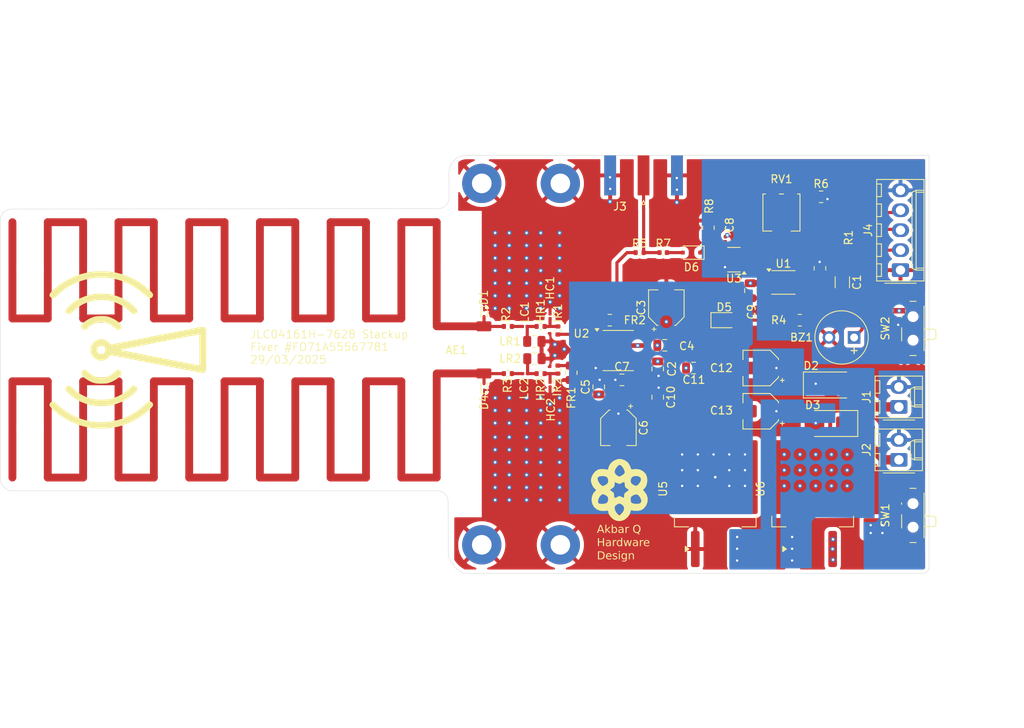
<source format=kicad_pcb>
(kicad_pcb (version 20241229) (generator "pcbnew") (generator_version "9.0")
  (title_block (title "High Voltage Arc Detector") (date "2025-04-29") (rev "1.0") (company "Akbar Q Hardware Design") (comment 1 "Order number #FO71A55567781") (comment 2 "Initial PCB Design") (comment 3 "Board Outline Needs Revision"))
  (layers (0 "F.Cu" signal) (4 "In1.Cu" signal) (6 "In2.Cu" signal) (2 "B.Cu" signal) (13 "F.Paste" user) (15 "B.Paste" user) (5 "F.SilkS" user "F.Silkscreen") (7 "B.SilkS" user "B.Silkscreen") (1 "F.Mask" user) (3 "B.Mask" user) (25 "Edge.Cuts" user))
  (net 0 "")
  (net 1 "Net-(D1-A2)")
  (net 2 "Net-(D4-A2)")
  (net 3 "LongPulse")
  (net 4 "GND")
  (net 5 "Net-(U1A-Cext)")
  (net 6 "Net-(U1A-RCext)")
  (net 7 "+5V")
  (net 8 "-5V")
  (net 9 "PeakSig")
  (net 10 "VS")
  (net 11 "VCC")
  (net 12 "VEE")
  (net 13 "Net-(D2-A)")
  (net 14 "Net-(D3-K)")
  (net 15 "Net-(D5-A)")
  (net 16 "Net-(D6-A)")
  (net 17 "Net-(U2--)")
  (net 18 "Net-(FR2-Pad1)")
  (net 19 "Net-(U2-+)")
  (net 20 "Net-(HC1-Pad1)")
  (net 21 "Net-(HC2-Pad1)")
  (net 22 "Net-(HR1-Pad1)")
  (net 23 "Net-(HR2-Pad1)")
  (net 24 "Net-(J1-Pin_2)")
  (net 25 "AmpOut")
  (net 26 "CompareSig")
  (net 27 "Net-(LC1-Pad2)")
  (net 28 "Net-(LC2-Pad2)")
  (net 29 "Net-(R6-Pad1)")
  (net 30 "Net-(U3-+)")
  (net 31 "+3V3")
  (footprint "Capacitor_SMD:C_0805_2012Metric" (layer "F.Cu") (at 97.37 67.89 90)
    (property "Reference" "C5")
    (property "Value" "0.1u")
  )
  (footprint "Diode_SMD:D_SMA" (layer "F.Cu") (at 126.92 67.64)
    (property "Reference" "D2")
    (property "Value" "SS14")
  )
  (footprint "Capacitor_SMD:C_0805_2012Metric" (layer "F.Cu") (at 116.67 55.64 -90)
    (property "Reference" "C9")
    (property "Value" "0.1u")
  )
  (footprint "Capacitor_SMD:CP_Elec_4x5.8" (layer "F.Cu") (at 99.87 73.09 -90)
    (property "Reference" "C6")
    (property "Value" "6.8u")
  )
  (footprint "Capacitor_SMD:C_0201_0603Metric" (layer "F.Cu") (at 87.99 66.19 180)
    (property "Reference" "LC2")
    (property "Value" "1.5nF")
  )
  (footprint "Capacitor_SMD:C_0805_2012Metric" (layer "F.Cu") (at 100.32 66.99)
    (property "Reference" "C7")
    (property "Value" "0.1u")
  )
  (footprint "LOGO" (layer "F.Cu") (at 100 81)
    (property "Reference" "G***" (hide yes))
    (property "Value" "LOGO" (hide yes))
  )
  (footprint "Library:Antenna" (layer "F.Cu") (at 76.74375 63.17 180)
    (property "Reference" "AE1")
    (property "Value" "Antenna_Differntial")
  )
  (footprint "Resistor_SMD:R_0805_2012Metric" (layer "F.Cu") (at 122.9575 59.39 180)
    (property "Reference" "R4")
    (property "Value" "510R")
  )
  (footprint "Connector_Molex:Molex_KK-254_AE-6410-02A_1x02_P2.54mm_Vertical" (layer "F.Cu") (at 135.57 70.43 90)
    (property "Reference" "J1")
    (property "Value" "Conn_01x02_Pin")
  )
  (footprint "Resistor_SMD:R_0805_2012Metric" (layer "F.Cu") (at 98.77 59.39 180)
    (property "Reference" "FR2")
    (property "Value" "510")
  )
  (footprint "Connector_Molex:Molex_KK-254_AE-6410-02A_1x02_P2.54mm_Vertical" (layer "F.Cu") (at 135.57 77.165 90)
    (property "Reference" "J2")
    (property "Value" "Conn_01x02_Pin")
  )
  (footprint "Connector_Coaxial:SMA_Amphenol_132289_EdgeMount" (layer "F.Cu") (at 103.07 40.9625 90)
    (property "Reference" "J3")
    (property "Value" "Conn_Coaxial")
  )
  (footprint "Resistor_SMD:R_0402_1005Metric" (layer "F.Cu") (at 102.57 50.79)
    (property "Reference" "R5")
    (property "Value" "50R")
  )
  (footprint "Package_SO:SOIC-8_3.9x4.9mm_P1.27mm" (layer "F.Cu") (at 99.845 63.255)
    (property "Reference" "U2")
    (property "Value" "LMH6702MA")
  )
  (footprint "Diode_SMD:D_SOD-323F" (layer "F.Cu") (at 109.17 50.79 180)
    (property "Reference" "D6")
    (property "Value" "BAT54J")
  )
  (footprint "Resistor_SMD:R_0402_1005Metric" (layer "F.Cu") (at 89.97 60.19)
    (property "Reference" "HR1")
    (property "Value" "50R")
  )
  (footprint "MountingHole:MountingHole_2.5mm_Pad" (layer "F.Cu") (at 82.48 41.98)
    (property "Reference" "REF**" (hide yes))
    (property "Value" "MountingHole_2.5mm_Pad")
  )
  (footprint "LOGO" (layer "F.Cu") (at 37.44 63.17 90)
    (property "Reference" "G***" (hide yes))
    (property "Value" "LOGO" (hide yes))
  )
  (footprint "Diode_SMD:D_SOD-923" (layer "F.Cu") (at 82.77 58.51 -90)
    (property "Reference" "D1")
    (property "Value" "ESD9B5.0ST5G")
  )
  (footprint "Resistor_SMD:R_0805_2012Metric" (layer "F.Cu") (at 89.1825 64.29)
    (property "Reference" "LR2")
    (property "Value" "10kR")
  )
  (footprint "Diode_SMD:D_SMA" (layer "F.Cu") (at 126.82 72.54 180)
    (property "Reference" "D3")
    (property "Value" "SS14")
  )
  (footprint "Resistor_SMD:R_0402_1005Metric" (layer "F.Cu") (at 89.97 66.19)
    (property "Reference" "HR2")
    (property "Value" "50R")
  )
  (footprint "LED_SMD:LED_0805_2012Metric" (layer "F.Cu") (at 113.3325 59.39)
    (property "Reference" "D5")
    (property "Value" "LED")
  )
  (footprint "Capacitor_SMD:C_0805_2012Metric" (layer "F.Cu") (at 104.87 69.19 -90)
    (property "Reference" "C10")
    (property "Value" "0.1u")
  )
  (footprint "Resistor_SMD:R_0402_1005Metric" (layer "F.Cu") (at 92.17 65.68 90)
    (property "Reference" "IR2")
    (property "Value" "50R")
  )
  (footprint "Capacitor_SMD:C_0201_0603Metric" (layer "F.Cu") (at 91.17 67.59 -90)
    (property "Reference" "HC2")
    (property "Value" "18pF")
  )
  (footprint "Buzzer_Beeper:MagneticBuzzer_Kingstate_KCG0601" (layer "F.Cu") (at 129.87 61.59 180)
    (property "Reference" "BZ1")
    (property "Value" "Buzzer")
  )
  (footprint "Capacitor_SMD:C_0201_0603Metric" (layer "F.Cu") (at 113.47 49.09 90)
    (property "Reference" "C8")
    (property "Value" "5pF")
  )
  (footprint "Capacitor_SMD:C_0805_2012Metric" (layer "F.Cu") (at 105.77 62.59)
    (property "Reference" "C4")
    (property "Value" "0.1u")
  )
  (footprint "Button_Switch_SMD:SW_SPDT_PCM12" (layer "F.Cu") (at 137.04 84.24 90)
    (property "Reference" "SW1")
    (property "Value" "SW_SPST")
  )
  (footprint "Capacitor_SMD:CP_Elec_4x5.8" (layer "F.Cu") (at 117.98 65.48 180)
    (property "Reference" "C12")
    (property "Value" "6.8u")
  )
  (footprint "Package_TO_SOT_SMD:SOT-23-5" (layer "F.Cu") (at 114.57 51.69 180)
    (property "Reference" "U3")
    (property "Value" "LMV7219M5")
  )
  (footprint "Resistor_SMD:R_0402_1005Metric" (layer "F.Cu") (at 92.17 60.7 90)
    (property "Reference" "IR1")
    (property "Value" "50R")
  )
  (footprint "Capacitor_SMD:C_0201_0603Metric" (layer "F.Cu") (at 91.17 58.89 90)
    (property "Reference" "HC1")
    (property "Value" "18pF")
  )
  (footprint "Resistor_SMD:R_0402_1005Metric" (layer "F.Cu") (at 85.8 66.19 180)
    (property "Reference" "R3")
    (property "Value" "50R")
  )
  (footprint "Capacitor_SMD:C_0805_2012Metric" (layer "F.Cu") (at 109.43 65.48)
    (property "Reference" "C11")
    (property "Value" "0.1u")
  )
  (footprint "MountingHole:MountingHole_2.5mm_Pad" (layer "F.Cu") (at 92.48 87.98)
    (property "Reference" "REF**" (hide yes))
    (property "Value" "MountingHole_2.5mm_Pad")
  )
  (footprint "Resistor_SMD:R_0402_1005Metric" (layer "F.Cu") (at 85.8 60.19 180)
    (property "Reference" "R2")
    (property "Value" "50R")
  )
  (footprint "Capacitor_SMD:C_0805_2012Metric" (layer "F.Cu") (at 104.87 65.59 -90)
    (property "Reference" "C2")
    (property "Value" "0.1u")
  )
  (footprint "MountingHole:MountingHole_2.5mm_Pad" (layer "F.Cu") (at 82.48 87.98)
    (property "Reference" "REF**" (hide yes))
    (property "Value" "MountingHole_2.5mm_Pad")
  )
  (footprint "Capacitor_SMD:CP_Elec_4x5.8" (layer "F.Cu") (at 117.98 70.98 180)
    (property "Reference" "C13")
    (property "Value" "6.8u")
  )
  (footprint "Resistor_SMD:R_0805_2012Metric" (layer "F.Cu") (at 89.17 62.09)
    (property "Reference" "LR1")
    (property "Value" "10kR")
  )
  (footprint "Package_TO_SOT_SMD:TO-263-2" (layer "F.Cu") (at 124.595 80.865 90)
    (property "Reference" "U6")
    (property "Value" "L7805")
  )
  (footprint "Capacitor_SMD:CP_Elec_4x5.8" (layer "F.Cu") (at 105.97 57.79 90)
    (property "Reference" "C3")
    (property "Value" "6.8u")
  )
  (footprint "Connector_Molex:Molex_KK-254_AE-6410-05A_1x05_P2.54mm_Vertical" (layer "F.Cu") (at 135.77 53.02 90)
    (property "Reference" "J4")
    (property "Value" "Conn_01x05_Pin")
  )
  (footprint "Potentiometer_SMD:Potentiometer_Bourns_3314J_Vertical" (layer "F.Cu") (at 120.62 45.69)
    (property "Reference" "RV1")
    (property "Value" "R_Potentiometer")
  )
  (footprint "Capacitor_SMD:C_0402_1005Metric" (layer "F.Cu") (at 105.57 50.79)
    (property "Reference" "R7")
    (property "Value" "50R")
  )
  (footprint "Package_SO:SSOP-8_2.95x2.8mm_P0.65mm" (layer "F.Cu") (at 120.87 54.59)
    (property "Reference" "U1")
    (property "Value" "74LVC1G123")
  )
  (footprint "Resistor_SMD:R_0805_2012Metric" (layer "F.Cu") (at 125.67 43.69)
    (property "Reference" "R6")
    (property "Value" "510")
  )
  (footprint "Resistor_SMD:R_0805_2012Metric" (layer "F.Cu") (at 125.52 52.79 -90)
    (property "Reference" "R1")
    (property "Value" "100kR")
  )
  (footprint "Capacitor_SMD:C_0201_0603Metric" (layer "F.Cu") (at 87.95 60.19 180)
    (property "Reference" "LC1")
    (property "Value" "1.5nF")
  )
  (footprint "MountingHole:MountingHole_2.5mm_Pad" (layer "F.Cu") (at 92.48 41.98)
    (property "Reference" "REF**" (hide yes))
    (property "Value" "MountingHole_2.5mm_Pad")
  )
  (footprint "Button_Switch_SMD:SW_SPDT_PCM12" (layer "F.Cu") (at 137.04 60.44 90)
    (property "Reference" "SW2")
    (property "Value" "SW_SPDT")
  )
  (footprint "Package_TO_SOT_SMD:TO-263-2" (layer "F.Cu") (at 112.195 80.865 90)
    (property "Reference" "U5")
    (property "Value" "L7905")
  )
  (footprint "Resistor_SMD:R_0805_2012Metric" (layer "F.Cu") (at 111.32 47.6275 -90)
    (property "Reference" "R8")
    (property "Value" "100kR")
  )
  (footprint "Diode_SMD:D_SOD-923" (layer "F.Cu") (at 82.77 67.86 90)
    (property "Reference" "D4")
    (property "Value" "ESD9B5.0ST5G")
  )
  (footprint "Resistor_SMD:R_0805_2012Metric" (layer "F.Cu") (at 93.87 66.09 -90)
    (property "Reference" "FR1")
    (property "Value" "510")
  )
  (footprint "Capacitor_SMD:C_1206_3216Metric" (layer "F.Cu") (at 128.37 54.565 -90)
    (property "Reference" "C1")
    (property "Value" "1uF")
  )
  (gr_line (start 80.56 38.401382) (end 138.62 38.4) (stroke (width 0.05)) (layer "Edge.Cuts"))
  (gr_arc (start 139.4 91) (mid 139.107482 91.449971) (end 138.6 91.624621) (stroke (width 0.05)) (layer "Edge.Cuts"))
  (gr_arc (start 78.31 41.04) (mid 78.82616 39.201521) (end 80.56 38.401382) (stroke (width 0.05)) (layer "Edge.Cuts"))
  (gr_arc (start 22.6 81.1) (mid 21.59118 80.567125) (end 21.187548 79.5) (stroke (width 0.05)) (layer "Edge.Cuts"))
  (gr_line (start 78.206278 89.386607) (end 78.206257 87.4) (stroke (width 0.05)) (layer "Edge.Cuts"))
  (gr_line (start 139.4 39.2) (end 139.4 38.4) (stroke (width 0.05)) (layer "Edge.Cuts"))
  (gr_line (start 138.7 38.4) (end 138.62 38.4) (stroke (width 0.05)) (layer "Edge.Cuts"))
  (gr_arc (start 76.8 81.1) (mid 77.789949 81.510051) (end 78.2 82.5) (stroke (width 0.05)) (layer "Edge.Cuts"))
  (gr_arc (start 80.2 91.624621) (mid 78.972804 90.710799) (end 78.206257 89.386607) (stroke (width 0.05)) (layer "Edge.Cuts"))
  (gr_line (start 21.187548 79.5) (end 21.2 46.4) (stroke (width 0.05)) (layer "Edge.Cuts"))
  (gr_arc (start 21.2 46.4) (mid 21.754211 45.56895) (end 22.7 45.247583) (stroke (width 0.05)) (layer "Edge.Cuts"))
  (gr_line (start 78.303567 43.8) (end 78.31 41.04) (stroke (width 0.05)) (layer "Edge.Cuts"))
  (gr_line (start 78.206257 87.4) (end 78.2 82.5) (stroke (width 0.05)) (layer "Edge.Cuts"))
  (gr_line (start 22.7 45.247583) (end 77 45.2) (stroke (width 0.05)) (layer "Edge.Cuts"))
  (gr_line (start 139.4 91) (end 139.4 39.2) (stroke (width 0.05)) (layer "Edge.Cuts"))
  (gr_line (start 138.6 91.624621) (end 135.6 91.624621) (stroke (width 0.05)) (layer "Edge.Cuts"))
  (gr_line (start 135.6 91.624621) (end 80.2 91.624621) (stroke (width 0.05)) (layer "Edge.Cuts"))
  (gr_line (start 76.8 81.1) (end 22.6 81.1) (stroke (width 0.05)) (layer "Edge.Cuts"))
  (gr_arc (start 78.303567 43.8) (mid 77.927219 44.756463) (end 77 45.2) (stroke (width 0.05)) (layer "Edge.Cuts"))
  (gr_line (start 138.7 38.4) (end 139.4 38.4) (stroke (width 0.05)) (layer "Edge.Cuts"))
  (gr_text "Akbar Q\nHardware\nDesign" (at 97.125985 90 0) (layer "F.SilkS") (effects (font (size 1 1) (thickness 0.1)) (justify left bottom)))
  (gr_text "JLC04161H-7628 Stackup\nFiver #FO71A55567781\n29/03/2025" (at 52.95 65 0) (layer "F.SilkS") (effects (font (size 1 1) (thickness 0.1)) (justify left bottom)))
  (segment (start 76.75 59.21) (end 76.97 58.99) (width 0.2) (layer "F.Cu") (net 0))
  (segment (start 76.75 59.92) (end 76.75 59.21) (width 0.2) (layer "F.Cu") (net 0))
  (segment (start 82.77 60.14375) (end 82.74375 60.17) (width 0.4) (layer "F.Cu") (net 1))
  (segment (start 82.77 58.93) (end 82.77 60.14375) (width 0.4) (layer "F.Cu") (net 1))
  (segment (start 85.29 60.19) (end 82.77 60.19) (width 0.4) (layer "F.Cu") (net 1))
  (segment (start 82.77 60.19) (end 82.75 60.17) (width 0.4) (layer "F.Cu") (net 1))
  (segment (start 82.77 66.19625) (end 82.74375 66.17) (width 0.4) (layer "F.Cu") (net 2))
  (segment (start 85.29 66.19) (end 82.77 66.19) (width 0.4) (layer "F.Cu") (net 2))
  (segment (start 82.77 67.47) (end 82.77 66.19625) (width 0.4) (layer "F.Cu") (net 2))
  (segment (start 82.77 66.19) (end 82.75 66.17) (width 0.4) (layer "F.Cu") (net 2))
  (segment (start 130.87 57.04) (end 130.32 57.59) (width 0.4) (layer "F.Cu") (net 3))
  (segment (start 124.22 57.19) (end 124.22 56.19) (width 0.4) (layer "F.Cu") (net 3))
  (segment (start 124.22 56.19) (end 123.595 55.565) (width 0.4) (layer "F.Cu") (net 3))
  (segment (start 130.87 60.59) (end 130.87 56.19) (width 0.4) (layer "F.Cu") (net 3))
  (segment (start 130.87 56.19) (end 130.87 57.04) (width 0.4) (layer "F.Cu") (net 3))
  (segment (start 123.595 55.565) (end 121.745 55.565) (width 0.4) (layer "F.Cu") (net 3))
  (segment (start 129.87 61.59) (end 130.87 60.59) (width 0.4) (layer "F.Cu") (net 3))
  (segment (start 124.77 57.69) (end 124.87 57.59) (width 0.4) (layer "F.Cu") (net 3))
  (segment (start 124.87 57.59) (end 124.62 57.59) (width 0.4) (layer "F.Cu") (net 3))
  (segment (start 131.93 50.48) (end 130.87 51.54) (width 0.4) (layer "F.Cu") (net 3))
  (segment (start 130.87 51.54) (end 130.87 56.19) (width 0.4) (layer "F.Cu") (net 3))
  (segment (start 123.87 59.39) (end 124.77 58.49) (width 0.4) (layer "F.Cu") (net 3))
  (segment (start 135.77 50.48) (end 131.93 50.48) (width 0.4) (layer "F.Cu") (net 3))
  (segment (start 124.62 57.59) (end 124.22 57.19) (width 0.4) (layer "F.Cu") (net 3))
  (segment (start 130.32 57.59) (end 124.87 57.59) (width 0.4) (layer "F.Cu") (net 3))
  (segment (start 124.77 58.49) (end 124.77 57.69) (width 0.4) (layer "F.Cu") (net 3))
  (via (at 89.98 54.68) (size 0.6) (drill 0.3) (layers "F.Cu" "B.Cu") (net 4))
  (via (at 85.98 72.48) (size 0.6) (drill 0.3) (layers "F.Cu" "B.Cu") (net 4))
  (via (at 89.98 51.48) (size 0.6) (drill 0.3) (layers "F.Cu" "B.Cu") (net 4))
  (via (at 88.18 79.08) (size 0.6) (drill 0.3) (layers "F.Cu" "B.Cu") (net 4))
  (via (at 84.18 48.28) (size 0.6) (drill 0.3) (layers "F.Cu" "B.Cu") (net 4))
  (via (at 84.18 74.28) (size 0.6) (drill 0.3) (layers "F.Cu" "B.Cu") (net 4))
  (via (at 88.18 57.88) (size 0.6) (drill 0.3) (layers "F.Cu" "B.Cu") (net 4))
  (via (at 85.98 54.68) (size 0.6) (drill 0.3) (layers "F.Cu" "B.Cu") (net 4))
  (via (at 89.98 56.28) (size 0.6) (drill 0.3) (layers "F.Cu" "B.Cu") (net 4))
  (via (at 88.18 70.88) (size 0.6) (drill 0.3) (layers "F.Cu" "B.Cu") (net 4))
  (via (at 84.18 72.48) (size 0.6) (drill 0.3) (layers "F.Cu" "B.Cu") (net 4))
  (via (at 120.98 80.48) (size 0.6) (drill 0.3) (layers "F.Cu" "B.Cu") (net 4))
  (via (at 89.98 75.88) (size 0.6) (drill 0.3) (layers "F.Cu" "B.Cu") (net 4))
  (via (at 84.18 79.08) (size 0.6) (drill 0.3) (layers "F.Cu" "B.Cu") (net 4))
  (via (at 128.98 80.48) (size 0.6) (drill 0.3) (layers "F.Cu" "B.Cu") (net 4))
  (via (at 89.98 77.48) (size 0.6) (drill 0.3) (layers "F.Cu" "B.Cu") (net 4))
  (via (at 88.18 49.88) (size 0.6) (drill 0.3) (layers "F.Cu" "B.Cu") (net 4))
  (via (at 92.38 57.88) (size 0.6) (drill 0.3) (layers "F.Cu" "B.Cu") (net 4))
  (via (at 89.98 80.68) (size 0.6) (drill 0.3) (layers "F.Cu" "B.Cu") (net 4))
  (via (at 128.98 78.48) (size 0.6) (drill 0.3) (layers "F.Cu" "B.Cu") (net 4))
  (via (at 88.18 75.88) (size 0.6) (drill 0.3) (layers "F.Cu" "B.Cu") (net 4))
  (via (at 91.18 57.08) (size 0.6) (drill 0.3) (layers "F.Cu" "B.Cu") (net 4))
  (via (at 92.38 79.08) (size 0.6) (drill 0.3) (layers "F.Cu" "B.Cu") (net 4))
  (via (at 107.32 42.79) (size 0.6) (drill 0.3) (layers "F.Cu" "B.Cu") (net 4))
  (via (at 85.98 49.88) (size 0.6) (drill 0.3) (layers "F.Cu" "B.Cu") (net 4))
  (via (at 91.18 70.08) (size 0.6) (drill 0.3) (layers "F.Cu" "B.Cu") (net 4))
  (via (at 85.98 53.08) (size 0.6) (drill 0.3) (layers "F.Cu" "B.Cu") (net 4))
  (via (at 84.18 77.48) (size 0.6) (drill 0.3) (layers "F.Cu" "B.Cu") (net 4))
  (via (at 85.98 82.28) (size 0.6) (drill 0.3) (layers "F.Cu" "B.Cu") (net 4))
  (via (at 92.38 56.28) (size 0.6) (drill 0.3) (layers "F.Cu" "B.Cu") (net 4))
  (via (at 88.18 56.28) (size 0.6) (drill 0.3) (layers "F.Cu" "B.Cu") (net 4))
  (via (at 88.18 77.48) (size 0.6) (drill 0.3) (layers "F.Cu" "B.Cu") (net 4))
  (via (at 126.98 76.48) (size 0.6) (drill 0.3) (layers "F.Cu" "B.Cu") (net 4))
  (via (at 92.38 82.28) (size 0.6) (drill 0.3) (layers "F.Cu" "B.Cu") (net 4))
  (via (at 85.98 56.28) (size 0.6) (drill 0.3) (layers "F.Cu" "B.Cu") (net 4))
  (via (at 107.3 41.3) (size 0.6) (drill 0.3) (layers "F.Cu" "B.Cu") (net 4))
  (via (at 84.18 80.68) (size 0.6) (drill 0.3) (layers "F.Cu" "B.Cu") (net 4))
  (via (at 120.98 76.48) (size 0.6) (drill 0.3) (layers "F.Cu" "B.Cu") (net 4))
  (via (at 89.98 79.08) (size 0.6) (drill 0.3) (layers "F.Cu" "B.Cu") (net 4))
  (via (at 89.98 57.88) (size 0.6) (drill 0.3) (layers "F.Cu" "B.Cu") (net 4))
  (via (at 126.98 80.48) (size 0.6) (drill 0.3) (layers "F.Cu" "B.Cu") (net 4))
  (via (at 85.98 75.88) (size 0.6) (drill 0.3) (layers "F.Cu" "B.Cu") (net 4))
  (via (at 84.18 57.88) (size 0.6) (drill 0.3) (layers "F.Cu" "B.Cu") (net 4))
  (via (at 84.18 51.48) (size 0.6) (drill 0.3) (layers "F.Cu" "B.Cu") (net 4))
  (via (at 92.38 53.08) (size 0.6) (drill 0.3) (layers "F.Cu" "B.Cu") (net 4))
  (via (at 88.18 69.28) (size 0.6) (drill 0.3) (layers "F.Cu" "B.Cu") (net 4))
  (via (at 98.8 41.2) (size 0.6) (drill 0.3) (layers "F.Cu" "B.Cu") (net 4))
  (via (at 89.98 72.48) (size 0.6) (drill 0.3) (layers "F.Cu" "B.Cu") (net 4))
  (via (at 85.98 48.28) (size 0.6) (drill 0.3) (layers "F.Cu" "B.Cu") (net 4))
  (via (at 92.38 75.88) (size 0.6) (drill 0.3) (layers "F.Cu" "B.Cu") (net 4))
  (via (at 85.98 70.88) (size 0.6) (drill 0.3) (layers "F.Cu" "B.Cu") (net 4))
  (via (at 92.38 70.88) (size 0.6) (drill 0.3) (layers "F.Cu" "B.Cu") (net 4))
  (via (at 84.18 82.28) (size 0.6) (drill 0.3) (layers "F.Cu" "B.Cu") (net 4))
  (via (at 92.38 54.68) (size 0.6) (drill 0.3) (layers "F.Cu" "B.Cu") (net 4))
  (via (at 88.18 82.28) (size 0.6) (drill 0.3) (layers "F.Cu" "B.Cu") (net 4))
  (via (at 84.18 56.28) (size 0.6) (drill 0.3) (layers "F.Cu" "B.Cu") (net 4))
  (via (at 88.18 72.48) (size 0.6) (drill 0.3) (layers "F.Cu" "B.Cu") (net 4))
  (via (at 84.18 70.88) (size 0.6) (drill 0.3) (layers "F.Cu" "B.Cu") (net 4))
  (via (at 88.18 54.68) (size 0.6) (drill 0.3) (layers "F.Cu" "B.Cu") (net 4))
  (via (at 85.98 74.28) (size 0.6) (drill 0.3) (layers "F.Cu" "B.Cu") (net 4))
  (via (at 98.8 44.3) (size 0.6) (drill 0.3) (layers "F.Cu" "B.Cu") (net 4))
  (via (at 85.98 51.48) (size 0.6) (drill 0.3) (layers "F.Cu" "B.Cu") (net 4))
  (via (at 84.18 69.28) (size 0.6) (drill 0.3) (layers "F.Cu" "B.Cu") (net 4))
  (via (at 89.98 70.88) (size 0.6) (drill 0.3) (layers "F.Cu" "B.Cu") (net 4))
  (via (at 92.38 77.48) (size 0.6) (drill 0.3) (layers "F.Cu" "B.Cu") (net 4))
  (via (at 124.98 78.48) (size 0.6) (drill 0.3) (layers "F.Cu" "B.Cu") (net 4))
  (via (at 122.98 80.48) (size 0.6) (drill 0.3) (layers "F.Cu" "B.Cu") (net 4))
  (via (at 92.38 48.28) (size 0.6) (drill 0.3) (layers "F.Cu" "B.Cu") (net 4))
  (via (at 88.18 48.28) (size 0.6) (drill 0.3) (layers "F.Cu" "B.Cu") (net 4))
  (via (at 124.98 76.48) (size 0.6) (drill 0.3) (layers "F.Cu" "B.Cu") (net 4))
  (via (at 89.98 48.28) (size 0.6) (drill 0.3) (layers "F.Cu" "B.Cu") (net 4))
  (via (at 92.38 49.88) (size 0.6) (drill 0.3) (layers "F.Cu" "B.Cu") (net 4))
  (via (at 89.98 49.88) (size 0.6) (drill 0.3) (layers "F.Cu" "B.Cu") (net 4))
  (via (at 126.98 78.48) (size 0.6) (drill 0.3) (layers "F.Cu" "B.Cu") (net 4))
  (via (at 92.38 80.68) (size 0.6) (drill 0.3) (layers "F.Cu" "B.Cu") (net 4))
  (via (at 88.18 80.68) (size 0.6) (drill 0.3) (layers "F.Cu" "B.Cu") (net 4))
  (via (at 89.98 82.28) (size 0.6) (drill 0.3) (layers "F.Cu" "B.Cu") (net 4))
  (via (at 88.18 51.48) (size 0.6) (drill 0.3) (layers "F.Cu" "B.Cu") (net 4))
  (via (at 91.78 63.88) (size 0.6) (drill 0.3) (layers "F.Cu" "B.Cu") (net 4))
  (via (at 85.98 79.08) (size 0.6) (drill 0.3) (layers "F.Cu" "B.Cu") (net 4))
  (via (at 92.38 74.28) (size 0.6) (drill 0.3) (layers "F.Cu" "B.Cu") (net 4))
  (via (at 120.98 78.48) (size 0.6) (drill 0.3) (layers "F.Cu" "B.Cu") (net 4))
  (via (at 88.18 53.08) (size 0.6) (drill 0.3) (layers "F.Cu" "B.Cu") (net 4))
  (via (at 122.98 76.48) (size 0.6) (drill 0.3) (layers "F.Cu" "B.Cu") (net 4))
  (via (at 89.98 53.08) (size 0.6) (drill 0.3) (layers "F.Cu" "B.Cu") (net 4))
  (via (at 122.98 78.48) (size 0.6) (drill 0.3) (layers "F.Cu" "B.Cu") (net 4))
  (via (at 113.73 48.58) (size 0.6) (drill 0.3) (layers "F.Cu" "B.Cu") (net 4))
  (via (at 91.78 62.48) (size 0.6) (drill 0.3) (layers "F.Cu" "B.Cu") (net 4))
  (via (at 84.18 49.88) (size 0.6) (drill 0.3) (layers "F.Cu" "B.Cu") (net 4))
  (via (at 89.98 74.28) (size 0.6) (drill 0.3) (layers "F.Cu" "B.Cu") (net 4))
  (via (at 92.98 63.08) (size 0.6) (drill 0.3) (layers "F.Cu" "B.Cu") (net 4))
  (via (at 107.3 44.4) (size 0.6) (drill 0.3) (layers "F.Cu" "B.Cu") (net 4))
  (via (at 85.98 69.28) (size 0.6) (drill 0.3) (layers "F.Cu" "B.Cu") (net 4))
  (via (at 84.18 54.68) (size 0.6) (drill 0.3) (layers "F.Cu" "B.Cu") (net 4))
  (via (at 85.98 80.68) (size 0.6) (drill 0.3) (layers "F.Cu" "B.Cu") (net 4))
  (via (at 92.38 69.28) (size 0.6) (drill 0.3) (layers "F.Cu" "B.Cu") (net 4))
  (via (at 85.98 77.48) (size 0.6) (drill 0.3) (layers "F.Cu" "B.Cu") (net 4))
  (via (at 84.18 53.08) (size 0.6) (drill 0.3) (layers "F.Cu" "B.Cu") (net 4))
  (via (at 85.98 57.88) (size 0.6) (drill 0.3) (layers "F.Cu" "B.Cu") (net 4))
  (via (at 98.82 42.69) (size 0.6) (drill 0.3) (layers "F.Cu" "B.Cu") (net 4))
  (via (at 88.18 74.28) (size 0.6) (drill 0.3) (layers "F.Cu" "B.Cu") (net 4))
  (via (at 124.98 80.48) (size 0.6) (drill 0.3) (layers "F.Cu" "B.Cu") (net 4))
  (via (at 92.38 51.48) (size 0.6) (drill 0.3) (layers "F.Cu" "B.Cu") (net 4))
  (via (at 128.98 76.48) (size 0.6) (drill 0.3) (layers "F.Cu" "B.Cu") (net 4))
  (via (at 84.18 75.88) (size 0.6) (drill 0.3) (layers "F.Cu" "B.Cu") (net 4))
  (via (at 89.98 69.28) (size 0.6) (drill 0.3) (layers "F.Cu" "B.Cu") (net 4))
  (via (at 92.38 72.48) (size 0.6) (drill 0.3) (layers "F.Cu" "B.Cu") (net 4))
  (segment (start 125.345 54.915) (end 126.47 56.04) (width 0.4) (layer "F.Cu") (net 5))
  (segment (start 122.57 54.915) (end 125.345 54.915) (width 0.4) (layer "F.Cu") (net 5))
  (segment (start 126.47 56.04) (end 128.37 56.04) (width 0.4) (layer "F.Cu") (net 5))
  (segment (start 123.795 54.265) (end 124.3575 53.7025) (width 0.4) (layer "F.Cu") (net 6))
  (segment (start 126.4575 53.7025) (end 125.52 53.7025) (width 0.4) (layer "F.Cu") (net 6))
  (segment (start 127.07 53.09) (end 126.4575 53.7025) (width 0.4) (layer "F.Cu") (net 6))
  (segment (start 121.695 54.265) (end 123.795 54.265) (width 0.4) (layer "F.Cu") (net 6))
  (segment (start 124.3575 53.7025) (end 125.52 53.7025) (width 0.4) (layer "F.Cu") (net 6))
  (segment (start 128.37 53.09) (end 127.07 53.09) (width 0.4) (layer "F.Cu") (net 6))
  (via (at 108.48 65.48) (size 0.6) (drill 0.3) (layers "F.Cu" "B.Cu") (net 7))
  (via (at 104.82 62.59) (size 0.6) (drill 0.3) (layers "F.Cu" "B.Cu") (net 7))
  (via (at 104.87 64.64) (size 0.6) (drill 0.3) (layers "F.Cu" "B.Cu") (net 7))
  (via (at 97.37 68.84) (size 0.6) (drill 0.3) (layers "F.Cu" "B.Cu") (net 7))
  (via (at 102.32 62.62) (size 0.6) (drill 0.3) (layers "F.Cu" "B.Cu") (net 7))
  (via (at 135.61 58.19) (size 0.6) (drill 0.3) (layers "F.Cu" "B.Cu") (net 7))
  (via (at 105.97 59.59) (size 0.6) (drill 0.3) (layers "F.Cu" "B.Cu") (net 7))
  (via (at 127.18 87.28) (size 0.6) (drill 0.3) (layers "F.Cu" "B.Cu") (net 7))
  (via (at 127.135 88.515) (size 0.6) (drill 0.3) (layers "F.Cu" "B.Cu") (net 7))
  (via (at 127.18 89.88) (size 0.6) (drill 0.3) (layers "F.Cu" "B.Cu") (net 7))
  (via (at 111.98 76.48) (size 0.6) (drill 0.3) (layers "F.Cu" "B.Cu") (net 8))
  (via (at 107.98 76.48) (size 0.6) (drill 0.3) (layers "F.Cu" "B.Cu") (net 8))
  (via (at 112.195 79.365) (size 0.6) (drill 0.3) (layers "F.Cu" "B.Cu") (net 8))
  (via (at 99.87 71.29) (size 0.6) (drill 0.3) (layers "F.Cu" "B.Cu") (net 8))
  (via (at 115.98 80.48) (size 0.6) (drill 0.3) (layers "F.Cu" "B.Cu") (net 8))
  (via (at 96.98 65.48) (size 0.6) (drill 0.3) (layers "F.Cu" "B.Cu") (net 8))
  (via (at 109.98 78.48) (size 0.6) (drill 0.3) (layers "F.Cu" "B.Cu") (net 8))
  (via (at 112.195 79.365) (size 0.6) (drill 0.3) (layers "F.Cu" "B.Cu") (net 8))
  (via (at 113.98 78.48) (size 0.6) (drill 0.3) (layers "F.Cu" "B.Cu") (net 8))
  (via (at 104.98 66.48) (size 0.6) (drill 0.3) (layers "F.Cu" "B.Cu") (net 8))
  (via (at 107.98 78.48) (size 0.6) (drill 0.3) (layers "F.Cu" "B.Cu") (net 8))
  (via (at 109.98 76.48) (size 0.6) (drill 0.3) (layers "F.Cu" "B.Cu") (net 8))
  (via (at 115.98 76.48) (size 0.6) (drill 0.3) (layers "F.Cu" "B.Cu") (net 8))
  (via (at 99.48 66.98) (size 0.6) (drill 0.3) (layers "F.Cu" "B.Cu") (net 8))
  (via (at 112.195 79.365) (size 0.6) (drill 0.3) (layers "F.Cu" "B.Cu") (net 8))
  (via (at 113.98 80.48) (size 0.6) (drill 0.3) (layers "F.Cu" "B.Cu") (net 8))
  (via (at 112.195 79.365) (size 0.6) (drill 0.3) (layers "F.Cu" "B.Cu") (net 8))
  (via (at 104.98 67.98) (size 0.6) (drill 0.3) (layers "F.Cu" "B.Cu") (net 8))
  (via (at 115.98 78.48) (size 0.6) (drill 0.3) (layers "F.Cu" "B.Cu") (net 8))
  (via (at 112.195 79.365) (size 0.6) (drill 0.3) (layers "F.Cu" "B.Cu") (net 8))
  (via (at 109.98 80.48) (size 0.6) (drill 0.3) (layers "F.Cu" "B.Cu") (net 8))
  (via (at 97.48 66.98) (size 0.6) (drill 0.3) (layers "F.Cu" "B.Cu") (net 8))
  (via (at 107.98 80.48) (size 0.6) (drill 0.3) (layers "F.Cu" "B.Cu") (net 8))
  (via (at 113.98 76.48) (size 0.6) (drill 0.3) (layers "F.Cu" "B.Cu") (net 8))
  (segment (start 135.48 45.69) (end 135.77 45.4) (width 0.4) (layer "F.Cu") (net 9))
  (segment (start 111.32 48.54) (end 112.47 48.54) (width 0.4) (layer "F.Cu") (net 9))
  (segment (start 113.47 49.41) (end 113.47 50.7025) (width 0.4) (layer "F.Cu") (net 9))
  (segment (start 111.32 49.74) (end 110.27 50.79) (width 0.4) (layer "F.Cu") (net 9))
  (segment (start 111.32 48.54) (end 111.32 49.74) (width 0.4) (layer "F.Cu") (net 9))
  (segment (start 112.47 48.54) (end 115.32 45.69) (width 0.4) (layer "F.Cu") (net 9))
  (segment (start 110.32 50.74) (end 110.27 50.79) (width 0.4) (layer "F.Cu") (net 9))
  (segment (start 113.47 50.7025) (end 113.4325 50.74) (width 0.4) (layer "F.Cu") (net 9))
  (segment (start 115.32 45.69) (end 135.48 45.69) (width 0.4) (layer "F.Cu") (net 9))
  (segment (start 113.4325 50.74) (end 110.32 50.74) (width 0.4) (layer "F.Cu") (net 9))
  (segment (start 122.745 53.615) (end 124.4825 51.8775) (width 0.4) (layer "F.Cu") (net 10))
  (segment (start 121.02 53.615) (end 122.745 53.615) (width 0.4) (layer "F.Cu") (net 10))
  (segment (start 118.92 54.69) (end 118.98 54.63) (width 0.8) (layer "F.Cu") (net 10))
  (segment (start 120.005 54.63) (end 121.02 53.615) (width 0.4) (layer "F.Cu") (net 10))
  (segment (start 116.67 54.69) (end 118.92 54.69) (width 0.8) (layer "F.Cu") (net 10))
  (segment (start 118.98 54.63) (end 120.005 54.63) (width 0.4) (layer "F.Cu") (net 10))
  (segment (start 124.4825 51.8775) (end 125.52 51.8775) (width 0.4) (layer "F.Cu") (net 10))
  (via (at 135.48 59.98) (size 0.6) (drill 0.3) (layers "F.Cu" "B.Cu") (net 10))
  (via (at 125.48 51.98) (size 0.6) (drill 0.3) (layers "F.Cu" "B.Cu") (net 10))
  (via (at 116.67 54.69) (size 0.6) (drill 0.3) (layers "F.Cu" "B.Cu") (net 10))
  (via (at 113.4325 52.64) (size 0.6) (drill 0.3) (layers "F.Cu" "B.Cu") (net 10))
  (via (at 126.48 43.98) (size 0.6) (drill 0.3) (layers "F.Cu" "B.Cu") (net 10))
  (via (at 124.98 67.48) (size 0.6) (drill 0.3) (layers "F.Cu" "B.Cu") (net 11))
  (via (at 121.98 88.48) (size 0.6) (drill 0.3) (layers "F.Cu" "B.Cu") (net 11))
  (via (at 119.98 65.48) (size 0.6) (drill 0.3) (layers "F.Cu" "B.Cu") (net 11))
  (via (at 121.98 86.98) (size 0.6) (drill 0.3) (layers "F.Cu" "B.Cu") (net 11))
  (via (at 121.98 89.98) (size 0.6) (drill 0.3) (layers "F.Cu" "B.Cu") (net 11))
  (via (at 119.98 70.98) (size 0.6) (drill 0.3) (layers "F.Cu" "B.Cu") (net 12))
  (via (at 114.98 86.98) (size 0.6) (drill 0.3) (layers "F.Cu" "B.Cu") (net 12))
  (via (at 114.98 88.48) (size 0.6) (drill 0.3) (layers "F.Cu" "B.Cu") (net 12))
  (via (at 114.98 89.98) (size 0.6) (drill 0.3) (layers "F.Cu" "B.Cu") (net 12))
  (via (at 124.98 72.48) (size 0.6) (drill 0.3) (layers "F.Cu" "B.Cu") (net 12))
  (segment (start 132.41 70.43) (end 135.57 70.43) (width 1.2) (layer "F.Cu") (net 13))
  (segment (start 129.62 67.64) (end 132.41 70.43) (width 1.2) (layer "F.Cu") (net 13))
  (segment (start 128.92 67.64) (end 129.62 67.64) (width 1.2) (layer "F.Cu") (net 13))
  (segment (start 131.92 73.04) (end 131.42 72.54) (width 1.2) (layer "F.Cu") (net 14))
  (segment (start 131.92 75.39) (end 131.92 73.04) (width 1.2) (layer "F.Cu") (net 14))
  (segment (start 135.57 77.165) (end 133.695 77.165) (width 1.2) (layer "F.Cu") (net 14))
  (segment (start 133.695 77.165) (end 131.92 75.39) (width 1.2) (layer "F.Cu") (net 14))
  (segment (start 131.42 72.54) (end 128.82 72.54) (width 1.2) (layer "F.Cu") (net 14))
  (segment (start 135.52 77.215) (end 135.57 77.165) (width 1.2) (layer "F.Cu") (net 14))
  (segment (start 122.045 59.39) (end 114.27 59.39) (width 0.4) (layer "F.Cu") (net 15))
  (segment (start 108.07 50.79) (end 106.05 50.79) (width 0.4) (layer "F.Cu") (net 16))
  (segment (start 97.8575 59.39) (end 94.47 59.39) (width 0.4) (layer "F.Cu") (net 17))
  (segment (start 92.19 61.19) (end 92.17 61.21) (width 0.4) (layer "F.Cu") (net 17))
  (segment (start 93.87 59.99) (end 93.87 61.19) (width 0.4) (layer "F.Cu") (net 17))
  (segment (start 93.87 61.19) (end 92.19 61.19) (width 0.4) (layer "F.Cu") (net 17))
  (segment (start 93.87 62.09) (end 94.4 62.62) (width 0.4) (layer "F.Cu") (net 17))
  (segment (start 94.47 59.39) (end 93.87 59.99) (width 0.4) (layer "F.Cu") (net 17))
  (segment (start 94.4 62.62) (end 97.37 62.62) (width 0.4) (layer "F.Cu") (net 17))
  (segment (start 93.87 61.19) (end 93.87 62.09) (width 0.4) (layer "F.Cu") (net 17))
  (segment (start 100.87 63.89) (end 102.32 63.89) (width 0.4) (layer "F.Cu") (net 18))
  (segment (start 100.97 50.79) (end 99.6825 52.0775) (width 0.4) (layer "F.Cu") (net 18))
  (segment (start 99.6825 62.7025) (end 100.87 63.89) (width 0.4) (layer "F.Cu") (net 18))
  (segment (start 102.06 50.79) (end 100.97 50.79) (width 0.4) (layer "F.Cu") (net 18))
  (segment (start 99.6825 59.39) (end 99.6825 62.7025) (width 0.4) (layer "F.Cu") (net 18))
  (segment (start 99.6825 52.0775) (end 99.6825 59.39) (width 0.4) (layer "F.Cu") (net 18))
  (segment (start 93.87 65.1775) (end 93.87 64.29) (width 0.4) (layer "F.Cu") (net 19))
  (segment (start 93.87 64.29) (end 94.27 63.89) (width 0.4) (layer "F.Cu") (net 19))
  (segment (start 94.27 63.89) (end 97.37 63.89) (width 0.4) (layer "F.Cu") (net 19))
  (segment (start 92.17 65.17) (end 93.725 65.17) (width 0.4) (layer "F.Cu") (net 19))
  (segment (start 91.17 59.21) (end 91.17 60.19) (width 0.4) (layer "F.Cu") (net 20))
  (segment (start 92.17 60.19) (end 91.17 60.19) (width 0.4) (layer "F.Cu") (net 20))
  (segment (start 91.17 60.19) (end 90.48 60.19) (width 0.4) (layer "F.Cu") (net 20))
  (segment (start 91.17 67.27) (end 91.17 66.19) (width 0.4) (layer "F.Cu") (net 21))
  (segment (start 91.17 66.19) (end 90.48 66.19) (width 0.4) (layer "F.Cu") (net 21))
  (segment (start 92.17 66.19) (end 91.17 66.19) (width 0.4) (layer "F.Cu") (net 21))
  (segment (start 88.2575 62.09) (end 88.27 62.0775) (width 0.4) (layer "F.Cu") (net 22))
  (segment (start 89.46 60.19) (end 88.27 60.19) (width 0.4) (layer "F.Cu") (net 22))
  (segment (start 88.27 62.0775) (end 88.27 60.19) (width 0.4) (layer "F.Cu") (net 22))
  (segment (start 88.31 64.33) (end 88.31 66.19) (width 0.4) (layer "F.Cu") (net 23))
  (segment (start 89.46 66.19) (end 88.31 66.19) (width 0.4) (layer "F.Cu") (net 23))
  (segment (start 88.27 64.29) (end 88.31 64.33) (width 0.4) (layer "F.Cu") (net 23))
  (via (at 133.47 85.48) (size 0.6) (drill 0.3) (layers "F.Cu" "B.Cu") (net 24))
  (via (at 133.47 86.48) (size 0.6) (drill 0.3) (layers "F.Cu" "B.Cu") (net 24))
  (via (at 131.98 85.48) (size 0.6) (drill 0.3) (layers "F.Cu" "B.Cu") (net 24))
  (via (at 131.98 86.48) (size 0.6) (drill 0.3) (layers "F.Cu" "B.Cu") (net 24))
  (segment (start 103.08 50.79) (end 103.08 45.28) (width 0.4) (layer "F.Cu") (net 25))
  (segment (start 103.08 45.28) (end 103.07 45.27) (width 0.4) (layer "F.Cu") (net 25))
  (segment (start 103.07 45.27) (end 103.07 41.3625) (width 0.4) (layer "F.Cu") (net 25))
  (segment (start 105.09 50.79) (end 103.08 50.79) (width 0.4) (layer "F.Cu") (net 25))
  (segment (start 131.395 47.84) (end 130.57 47.84) (width 0.4) (layer "F.Cu") (net 26))
  (segment (start 131.395 47.84) (end 135.67 47.84) (width 0.4) (layer "F.Cu") (net 26))
  (segment (start 117.32 52.64) (end 118.295 53.615) (width 0.4) (layer "F.Cu") (net 26))
  (segment (start 118.77 52.69) (end 117.17 52.69) (width 0.4) (layer "F.Cu") (net 26))
  (segment (start 128.47 49.94) (end 121.52 49.94) (width 0.4) (layer "F.Cu") (net 26))
  (segment (start 115.7075 52.64) (end 117.12 52.64) (width 0.4) (layer "F.Cu") (net 26))
  (segment (start 117.17 52.69) (end 117.12 52.64) (width 0.4) (layer "F.Cu") (net 26))
  (segment (start 130.57 47.84) (end 128.47 49.94) (width 0.4) (layer "F.Cu") (net 26))
  (segment (start 117.12 52.64) (end 117.32 52.64) (width 0.4) (layer "F.Cu") (net 26))
  (segment (start 118.295 53.615) (end 120.045 53.615) (width 0.4) (layer "F.Cu") (net 26))
  (segment (start 135.67 47.84) (end 135.77 47.94) (width 0.4) (layer "F.Cu") (net 26))
  (segment (start 121.52 49.94) (end 118.77 52.69) (width 0.4) (layer "F.Cu") (net 26))
  (segment (start 87.63 60.19) (end 86.31 60.19) (width 0.4) (layer "F.Cu") (net 27))
  (segment (start 87.67 66.19) (end 86.31 66.19) (width 0.4) (layer "F.Cu") (net 28))
  (segment (start 124.7575 43.69) (end 121.77 43.69) (width 0.4) (layer "F.Cu") (net 29))
  (segment (start 120.62 47.69) (end 120.62 48.64) (width 0.4) (layer "F.Cu") (net 30))
  (segment (start 120.62 48.64) (end 118.52 50.74) (width 0.4) (layer "F.Cu") (net 30))
  (segment (start 118.52 50.74) (end 115.7075 50.74) (width 0.4) (layer "F.Cu") (net 30))
  (zone (net 24) (net_name "Net-(J1-Pin_2)") (layer "F.Cu") (priority 45) (connect_pads (clearance 0.5)) (min_thickness 0.25) (fill yes (thermal_gap 0.5) (thermal_bridge_width 0.5))
    (polygon (pts (xy 131.07 84.59) (xy 139.18 84.59) (xy 139.18 86.93) (xy 131.07 86.93)))
  )
  (zone (net 4) (net_name "GND") (layers "F.Cu" "In1.Cu") (priority 2) (connect_pads (clearance 0.5)) (min_thickness 0.25) (fill yes (thermal_gap 0.5) (thermal_bridge_width 0.5))
    (polygon (pts (xy 140.98 37.98) (xy 140.98 91.98) (xy 78.98 91.98) (xy 78.98 84.48) (xy 82.48 84.48) (xy 82.48 45.48) (xy 79.48 45.48) (xy 79.48 37.98)))
  )
  (zone (net 11) (net_name "VCC") (layer "B.Cu") (priority 6) (connect_pads (clearance 0.5)) (min_thickness 0.25) (fill yes (thermal_gap 0.5) (thermal_bridge_width 0.5))
    (polygon (pts (xy 120.48 90.98) (xy 124.48 90.98) (xy 124.48 84.98) (xy 124.98 84.48) (xy 132.47 84.59) (xy 132.47 65.79) (xy 132.48 65.48) (xy 123.48 65.48) (xy 123.48 62.98) (xy 116.98 62.98) (xy 116.98 68.98) (xy 127.98 68.98) (xy 127.98 72.98) (xy 120.48 72.98)))
  )
  (zone (net 8) (net_name "-5V") (layer "B.Cu") (priority 4) (connect_pads (clearance 0.5)) (min_thickness 0.25) (fill yes (thermal_gap 0.5) (thermal_bridge_width 0.5))
    (polygon (pts (xy 93.58 54.48) (xy 116.98 54.48) (xy 116.98 84.08) (xy 93.58 84.08)))
  )
  (zone (net 10) (net_name "VS") (layer "B.Cu") (priority 7) (connect_pads (clearance 0.5)) (min_thickness 0.25) (fill yes (thermal_gap 0.5) (thermal_bridge_width 0.5))
    (polygon (pts (xy 138.98 38.48) (xy 138.98 64.98) (xy 124.48 64.98) (xy 124.48 61.98) (xy 117.48 61.98) (xy 117.48 53.98) (xy 110.48 53.98) (xy 110.48 38.48)))
  )
  (zone (net 12) (net_name "VEE") (layer "B.Cu") (priority 5) (connect_pads (clearance 0.5)) (min_thickness 0.25) (fill yes (thermal_gap 0.5) (thermal_bridge_width 0.5))
    (polygon (pts (xy 113.98 85.98) (xy 113.98 91.48) (xy 119.98 91.48) (xy 119.98 72.98) (xy 127.98 72.98) (xy 127.98 69.98) (xy 123.48 69.98) (xy 123.48 68.98) (xy 117.98 68.98) (xy 117.98 85.98)))
  )
  (zone (net 24) (net_name "Net-(J1-Pin_2)") (layer "B.Cu") (priority 1) (connect_pads (clearance 0.5)) (min_thickness 0.25) (fill yes (thermal_gap 0.5) (thermal_bridge_width 0.5))
    (polygon (pts (xy 139.29 91.45) (xy 139.29 65.79) (xy 132.47 65.79) (xy 132.47 84.59) (xy 131.07 84.59) (xy 131.07 91.45)))
  )
)
</source>
